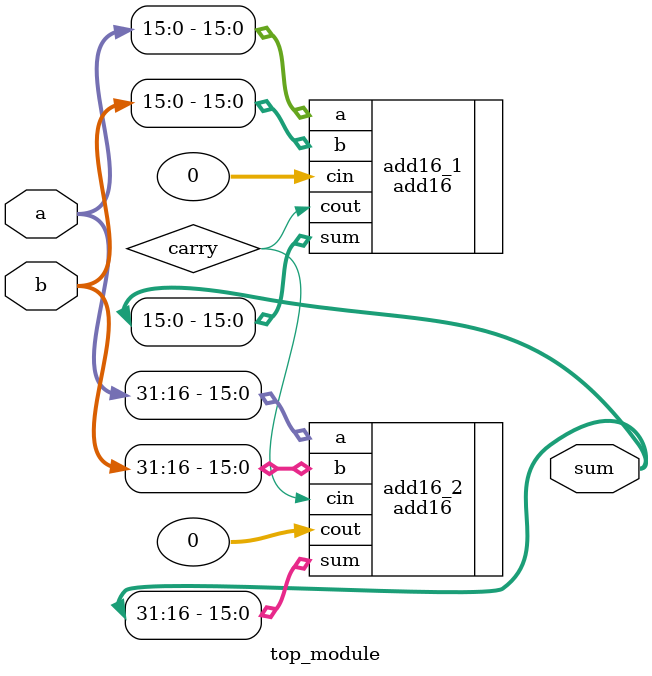
<source format=v>
module top_module(
    input [31:0] a,
    input [31:0] b,
    output [31:0] sum
);
wire carry ;
add16 add16_1( .a(a[15:0]), .b(b[15:0]), .cin(0), .sum(sum[15:0]), .cout(carry) );
add16 add16_2( .a(a[31:16]), .b(b[31:16]), .cin(carry), .sum(sum[31:16]), .cout(0) );


endmodule

</source>
